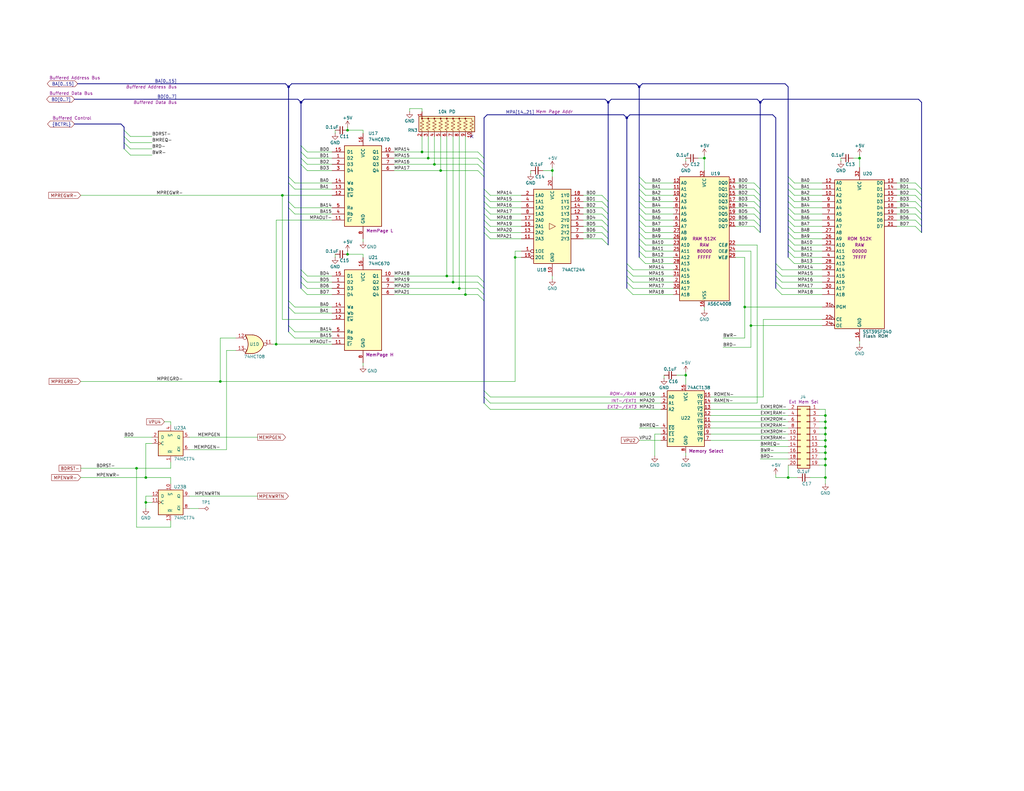
<source format=kicad_sch>
(kicad_sch (version 20250114) (generator "eeschema") (generator_version "9.0")
  (paper "User" 419.1 323.85)
  (title_block (title "MMU and Memory") (date "2025-09-22") (rev "v1.0") (company "SilkyDESIGN") (comment 1 "Copyright 2025 AESilky") (comment 3 "MicroSystem Z80 w/Front Panel & RC2014 Bus"))
  (lib_symbols
    (symbol "74xx:74AHCT244"
      (property "Reference" "U" (at -7.62 16.51 0))
      (property "Value" "74AHCT244" (at -7.62 -16.51 0))
      (symbol "74AHCT244_1_0"
        (pin input line (at -12.7 12.7 0) (length 5.08) (name "1A0") (number "2"))
        (pin input line (at -12.7 10.16 0) (length 5.08) (name "1A1") (number "4"))
        (pin input line (at -12.7 7.62 0) (length 5.08) (name "1A2") (number "6"))
        (pin input line (at -12.7 5.08 0) (length 5.08) (name "1A3") (number "8"))
        (pin input line (at -12.7 2.54 0) (length 5.08) (name "2A0") (number "17"))
        (pin input line (at -12.7 0 0) (length 5.08) (name "2A1") (number "15"))
        (pin input line (at -12.7 -2.54 0) (length 5.08) (name "2A2") (number "13"))
        (pin input line (at -12.7 -5.08 0) (length 5.08) (name "2A3") (number "11"))
        (pin input inverted (at -12.7 -10.16 0) (length 5.08) (name "1OE") (number "1"))
        (pin input inverted (at -12.7 -12.7 0) (length 5.08) (name "2OE") (number "19"))
        (pin power_in line (at 0 20.32 270) (length 5.08) (name "VCC") (number "20"))
        (pin power_in line (at 0 -20.32 90) (length 5.08) (name "GND") (number "10"))
        (pin tri_state line (at 12.7 12.7 180) (length 5.08) (name "1Y0") (number "18"))
        (pin tri_state line (at 12.7 10.16 180) (length 5.08) (name "1Y1") (number "16"))
        (pin tri_state line (at 12.7 7.62 180) (length 5.08) (name "1Y2") (number "14"))
        (pin tri_state line (at 12.7 5.08 180) (length 5.08) (name "1Y3") (number "12"))
        (pin tri_state line (at 12.7 2.54 180) (length 5.08) (name "2Y0") (number "3"))
        (pin tri_state line (at 12.7 0 180) (length 5.08) (name "2Y1") (number "5"))
        (pin tri_state line (at 12.7 -2.54 180) (length 5.08) (name "2Y2") (number "7"))
        (pin tri_state line (at 12.7 -5.08 180) (length 5.08) (name "2Y3") (number "9"))
      )
    )
    (symbol "74xx:74HC138"
      (property "Reference" "U" (at -7.62 13.97 0))
      (property "Value" "74HC138" (at 2.54 -11.43 0))
      (symbol "74HC138_1_1"
        (pin input line (at -10.16 10.16 0) (length 2.54) (name "A0") (number "1"))
        (pin input line (at -10.16 7.62 0) (length 2.54) (name "A1") (number "2"))
        (pin input line (at -10.16 5.08 0) (length 2.54) (name "A2") (number "3"))
        (pin input line (at -10.16 -2.54 0) (length 2.54) (name "~{E0}") (number "4"))
        (pin input line (at -10.16 -5.08 0) (length 2.54) (name "~{E1}") (number "5"))
        (pin input line (at -10.16 -7.62 0) (length 2.54) (name "E2") (number "6"))
        (pin power_in line (at 0 15.24 270) (length 2.54) (name "VCC") (number "16"))
        (pin power_in line (at 0 -12.7 90) (length 2.54) (name "GND") (number "8"))
        (pin output line (at 10.16 10.16 180) (length 2.54) (name "~{Y0}") (number "15"))
        (pin output line (at 10.16 7.62 180) (length 2.54) (name "~{Y1}") (number "14"))
        (pin output line (at 10.16 5.08 180) (length 2.54) (name "~{Y2}") (number "13"))
        (pin output line (at 10.16 2.54 180) (length 2.54) (name "~{Y3}") (number "12"))
        (pin output line (at 10.16 0 180) (length 2.54) (name "~{Y4}") (number "11"))
        (pin output line (at 10.16 -2.54 180) (length 2.54) (name "~{Y5}") (number "10"))
        (pin output line (at 10.16 -5.08 180) (length 2.54) (name "~{Y6}") (number "9"))
        (pin output line (at 10.16 -7.62 180) (length 2.54) (name "~{Y7}") (number "7"))
      )
    )
    (symbol "74xx:74HCT74" (pin_names (offset 1.016))
      (property "Reference" "U" (at -7.62 8.89 0))
      (property "Value" "74HCT74" (at -7.62 -8.89 0))
      (symbol "74HCT74_1_0"
        (pin input line (at -7.62 2.54 0) (length 2.54) (name "D") (number "2"))
        (pin input clock (at -7.62 0 0) (length 2.54) (name "C") (number "3"))
        (pin input line (at 0 7.62 270) (length 2.54) (name "~{S}") (number "4"))
        (pin input line (at 0 -7.62 90) (length 2.54) (name "~{R}") (number "1"))
        (pin output line (at 7.62 2.54 180) (length 2.54) (name "Q") (number "5"))
        (pin output line (at 7.62 -2.54 180) (length 2.54) (name "~{Q}") (number "6"))
      )
      (symbol "74HCT74_2_0"
        (pin input line (at -7.62 2.54 0) (length 2.54) (name "D") (number "12"))
        (pin input clock (at -7.62 0 0) (length 2.54) (name "C") (number "11"))
        (pin input line (at 0 7.62 270) (length 2.54) (name "~{S}") (number "10"))
        (pin input line (at 0 -7.62 90) (length 2.54) (name "~{R}") (number "13"))
        (pin output line (at 7.62 2.54 180) (length 2.54) (name "Q") (number "9"))
        (pin output line (at 7.62 -2.54 180) (length 2.54) (name "~{Q}") (number "8"))
      )
      (symbol "74HCT74_3_0"
        (pin power_in line (at 0 10.16 270) (length 2.54) (name "VCC") (number "14"))
        (pin power_in line (at 0 -10.16 90) (length 2.54) (name "GND") (number "7"))
      )
    )
    (symbol "74xx:74LS08" (pin_names (offset 1.016))
      (property "Reference" "U" (at 0 1.27 0))
      (property "Value" "74LS08" (at 0 -1.27 0))
      (symbol "74LS08_1_1"
        (pin input line (at -7.62 2.54 0) (length 3.81) (name "~") (number "1"))
        (pin input line (at -7.62 -2.54 0) (length 3.81) (name "~") (number "2"))
        (pin output line (at 7.62 0 180) (length 3.81) (name "~") (number "3"))
      )
      (symbol "74LS08_1_2"
        (pin input inverted (at -7.62 2.54 0) (length 4.318) (name "~") (number "1"))
        (pin input inverted (at -7.62 -2.54 0) (length 4.318) (name "~") (number "2"))
        (pin output inverted (at 7.62 0 180) (length 3.81) (name "~") (number "3"))
      )
      (symbol "74LS08_2_1"
        (pin input line (at -7.62 2.54 0) (length 3.81) (name "~") (number "4"))
        (pin input line (at -7.62 -2.54 0) (length 3.81) (name "~") (number "5"))
        (pin output line (at 7.62 0 180) (length 3.81) (name "~") (number "6"))
      )
      (symbol "74LS08_2_2"
        (pin input inverted (at -7.62 2.54 0) (length 4.318) (name "~") (number "4"))
        (pin input inverted (at -7.62 -2.54 0) (length 4.318) (name "~") (number "5"))
        (pin output inverted (at 7.62 0 180) (length 3.81) (name "~") (number "6"))
      )
      (symbol "74LS08_3_1"
        (pin input line (at -7.62 2.54 0) (length 3.81) (name "~") (number "9"))
        (pin input line (at -7.62 -2.54 0) (length 3.81) (name "~") (number "10"))
        (pin output line (at 7.62 0 180) (length 3.81) (name "~") (number "8"))
      )
      (symbol "74LS08_3_2"
        (pin input inverted (at -7.62 2.54 0) (length 4.318) (name "~") (number "9"))
        (pin input inverted (at -7.62 -2.54 0) (length 4.318) (name "~") (number "10"))
        (pin output inverted (at 7.62 0 180) (length 3.81) (name "~") (number "8"))
      )
      (symbol "74LS08_4_1"
        (pin input line (at -7.62 2.54 0) (length 3.81) (name "~") (number "12"))
        (pin input line (at -7.62 -2.54 0) (length 3.81) (name "~") (number "13"))
        (pin output line (at 7.62 0 180) (length 3.81) (name "~") (number "11"))
      )
      (symbol "74LS08_4_2"
        (pin input inverted (at -7.62 2.54 0) (length 4.318) (name "~") (number "12"))
        (pin input inverted (at -7.62 -2.54 0) (length 4.318) (name "~") (number "13"))
        (pin output inverted (at 7.62 0 180) (length 3.81) (name "~") (number "11"))
      )
      (symbol "74LS08_5_0"
        (pin power_in line (at 0 12.7 270) (length 5.08) (name "VCC") (number "14"))
        (pin power_in line (at 0 -12.7 90) (length 5.08) (name "GND") (number "7"))
      )
    )
    (symbol "74xx:74LS670" (pin_names (offset 1.016))
      (property "Reference" "U" (at -7.62 16.51 0))
      (property "Value" "74LS670" (at -7.62 -19.05 0))
      (symbol "74LS670_1_0"
        (pin input line (at -12.7 12.7 0) (length 5.08) (name "D1") (number "15"))
        (pin input line (at -12.7 10.16 0) (length 5.08) (name "D2") (number "1"))
        (pin input line (at -12.7 7.62 0) (length 5.08) (name "D3") (number "2"))
        (pin input line (at -12.7 5.08 0) (length 5.08) (name "D4") (number "3"))
        (pin input line (at -12.7 0 0) (length 5.08) (name "Wa") (number "14"))
        (pin input line (at -12.7 -2.54 0) (length 5.08) (name "Wb") (number "13"))
        (pin input line (at -12.7 -5.08 0) (length 5.08) (name "~{Ew}") (number "12"))
        (pin input line (at -12.7 -10.16 0) (length 5.08) (name "Ra") (number "5"))
        (pin input line (at -12.7 -12.7 0) (length 5.08) (name "Rb") (number "4"))
        (pin input line (at -12.7 -15.24 0) (length 5.08) (name "~{Er}") (number "11"))
        (pin power_in line (at 0 20.32 270) (length 5.08) (name "VCC") (number "16"))
        (pin power_in line (at 0 -22.86 90) (length 5.08) (name "GND") (number "8"))
        (pin tri_state line (at 12.7 12.7 180) (length 5.08) (name "Q1") (number "10"))
        (pin tri_state line (at 12.7 10.16 180) (length 5.08) (name "Q2") (number "9"))
        (pin tri_state line (at 12.7 7.62 180) (length 5.08) (name "Q3") (number "7"))
        (pin tri_state line (at 12.7 5.08 180) (length 5.08) (name "Q4") (number "6"))
      )
    )
    (symbol "Connector:TestPoint_Alt" (pin_numbers (hide yes)) (pin_names (offset 0.762) (hide yes))
      (property "Reference" "TP" (at 0 6.858 0))
      (property "Value" "TestPoint_Alt" (at 0 5.08 0))
      (symbol "TestPoint_Alt_1_1"
        (pin passive line (at 0 0 90) (length 2.54) (name "1") (number "1"))
      )
    )
    (symbol "Connector_Generic:Conn_02x10_Odd_Even" (pin_names (offset 1.016) (hide yes))
      (property "Reference" "J" (at 1.27 12.7 0))
      (property "Value" "Conn_02x10_Odd_Even" (at 1.27 -15.24 0))
      (symbol "Conn_02x10_Odd_Even_1_1"
        (pin passive line (at -5.08 10.16 0) (length 3.81) (name "Pin_1") (number "1"))
        (pin passive line (at -5.08 7.62 0) (length 3.81) (name "Pin_3") (number "3"))
        (pin passive line (at -5.08 5.08 0) (length 3.81) (name "Pin_5") (number "5"))
        (pin passive line (at -5.08 2.54 0) (length 3.81) (name "Pin_7") (number "7"))
        (pin passive line (at -5.08 0 0) (length 3.81) (name "Pin_9") (number "9"))
        (pin passive line (at -5.08 -2.54 0) (length 3.81) (name "Pin_11") (number "11"))
        (pin passive line (at -5.08 -5.08 0) (length 3.81) (name "Pin_13") (number "13"))
        (pin passive line (at -5.08 -7.62 0) (length 3.81) (name "Pin_15") (number "15"))
        (pin passive line (at -5.08 -10.16 0) (length 3.81) (name "Pin_17") (number "17"))
        (pin passive line (at -5.08 -12.7 0) (length 3.81) (name "Pin_19") (number "19"))
        (pin passive line (at 7.62 10.16 180) (length 3.81) (name "Pin_2") (number "2"))
        (pin passive line (at 7.62 7.62 180) (length 3.81) (name "Pin_4") (number "4"))
        (pin passive line (at 7.62 5.08 180) (length 3.81) (name "Pin_6") (number "6"))
        (pin passive line (at 7.62 2.54 180) (length 3.81) (name "Pin_8") (number "8"))
        (pin passive line (at 7.62 0 180) (length 3.81) (name "Pin_10") (number "10"))
        (pin passive line (at 7.62 -2.54 180) (length 3.81) (name "Pin_12") (number "12"))
        (pin passive line (at 7.62 -5.08 180) (length 3.81) (name "Pin_14") (number "14"))
        (pin passive line (at 7.62 -7.62 180) (length 3.81) (name "Pin_16") (number "16"))
        (pin passive line (at 7.62 -10.16 180) (length 3.81) (name "Pin_18") (number "18"))
        (pin passive line (at 7.62 -12.7 180) (length 3.81) (name "Pin_20") (number "20"))
      )
    )
    (symbol "Device:C_Small" (pin_numbers (hide yes)) (pin_names (offset 0.254) (hide yes))
      (property "Reference" "C" (at 0.254 1.778 0))
      (property "Value" "C_Small" (at 0.254 -2.032 0))
      (symbol "C_Small_1_1"
        (pin passive line (at 0 2.54 270) (length 2.032) (name "~") (number "1"))
        (pin passive line (at 0 -2.54 90) (length 2.032) (name "~") (number "2"))
      )
    )
    (symbol "Device:R_Network09_US" (pin_names (offset 0) (hide yes))
      (property "Reference" "RN" (at -12.7 0 90))
      (property "Value" "R_Network09_US" (at 12.7 0 90))
      (symbol "R_Network09_US_1_1"
        (pin passive line (at -10.16 5.08 270) (length 2.54) (name "common") (number "1"))
        (pin passive line (at -10.16 -5.08 90) (length 1.27) (name "R1") (number "2"))
        (pin passive line (at -7.62 -5.08 90) (length 1.27) (name "R2") (number "3"))
        (pin passive line (at -5.08 -5.08 90) (length 1.27) (name "R3") (number "4"))
        (pin passive line (at -2.54 -5.08 90) (length 1.27) (name "R4") (number "5"))
        (pin passive line (at 0 -5.08 90) (length 1.27) (name "R5") (number "6"))
        (pin passive line (at 2.54 -5.08 90) (length 1.27) (name "R6") (number "7"))
        (pin passive line (at 5.08 -5.08 90) (length 1.27) (name "R7") (number "8"))
        (pin passive line (at 7.62 -5.08 90) (length 1.27) (name "R8") (number "9"))
        (pin passive line (at 10.16 -5.08 90) (length 1.27) (name "R9") (number "10"))
      )
    )
    (symbol "Memory_Flash:SST39SF040"
      (property "Reference" "U" (at 2.54 33.02 0))
      (property "Value" "SST39SF040" (at 0 -30.48 0))
      (symbol "SST39SF040_0_0"
        (pin power_in line (at 0 36.83 270) (length 5.08) (name "VCC") (number "32"))
        (pin power_in line (at 0 -34.29 90) (length 5.08) (name "GND") (number "16"))
      )
      (symbol "SST39SF040_1_1"
        (pin input line (at -15.24 30.48 0) (length 5.08) (name "A0") (number "12"))
        (pin input line (at -15.24 27.94 0) (length 5.08) (name "A1") (number "11"))
        (pin input line (at -15.24 25.4 0) (length 5.08) (name "A2") (number "10"))
        (pin input line (at -15.24 22.86 0) (length 5.08) (name "A3") (number "9"))
        (pin input line (at -15.24 20.32 0) (length 5.08) (name "A4") (number "8"))
        (pin input line (at -15.24 17.78 0) (length 5.08) (name "A5") (number "7"))
        (pin input line (at -15.24 15.24 0) (length 5.08) (name "A6") (number "6"))
        (pin input line (at -15.24 12.7 0) (length 5.08) (name "A7") (number "5"))
        (pin input line (at -15.24 10.16 0) (length 5.08) (name "A8") (number "27"))
        (pin input line (at -15.24 7.62 0) (length 5.08) (name "A9") (number "26"))
        (pin input line (at -15.24 5.08 0) (length 5.08) (name "A10") (number "23"))
        (pin input line (at -15.24 2.54 0) (length 5.08) (name "A11") (number "25"))
        (pin input line (at -15.24 0 0) (length 5.08) (name "A12") (number "4"))
        (pin input line (at -15.24 -2.54 0) (length 5.08) (name "A13") (number "28"))
        (pin input line (at -15.24 -5.08 0) (length 5.08) (name "A14") (number "29"))
        (pin input line (at -15.24 -7.62 0) (length 5.08) (name "A15") (number "3"))
        (pin input line (at -15.24 -10.16 0) (length 5.08) (name "A16") (number "2"))
        (pin input line (at -15.24 -12.7 0) (length 5.08) (name "A17") (number "30"))
        (pin input line (at -15.24 -15.24 0) (length 5.08) (name "A18") (number "1"))
        (pin input input_low (at -15.24 -20.32 0) (length 5.08) (name "PGM") (number "31"))
        (pin input input_low (at -15.24 -25.4 0) (length 5.08) (name "CE") (number "22"))
        (pin input input_low (at -15.24 -27.94 0) (length 5.08) (name "OE") (number "24"))
        (pin tri_state line (at 15.24 30.48 180) (length 5.08) (name "D0") (number "13"))
        (pin tri_state line (at 15.24 27.94 180) (length 5.08) (name "D1") (number "14"))
        (pin tri_state line (at 15.24 25.4 180) (length 5.08) (name "D2") (number "15"))
        (pin tri_state line (at 15.24 22.86 180) (length 5.08) (name "D3") (number "17"))
        (pin tri_state line (at 15.24 20.32 180) (length 5.08) (name "D4") (number "18"))
        (pin tri_state line (at 15.24 17.78 180) (length 5.08) (name "D5") (number "19"))
        (pin tri_state line (at 15.24 15.24 180) (length 5.08) (name "D6") (number "20"))
        (pin tri_state line (at 15.24 12.7 180) (length 5.08) (name "D7") (number "21"))
      )
    )
    (symbol "Memory_RAM:AS6C4008-55PCN"
      (property "Reference" "U" (at -10.16 26.035 0))
      (property "Value" "AS6C4008-55PCN" (at 2.54 26.035 0))
      (symbol "AS6C4008-55PCN_0_0"
        (pin power_in line (at 0 27.94 270) (length 2.54) (name "VCC") (number "32"))
        (pin power_in line (at 0 -27.94 90) (length 2.54) (name "VSS") (number "16"))
      )
      (symbol "AS6C4008-55PCN_1_1"
        (pin input line (at -12.7 22.86 0) (length 2.54) (name "A0") (number "12"))
        (pin input line (at -12.7 20.32 0) (length 2.54) (name "A1") (number "11"))
        (pin input line (at -12.7 17.78 0) (length 2.54) (name "A2") (number "10"))
        (pin input line (at -12.7 15.24 0) (length 2.54) (name "A3") (number "9"))
        (pin input line (at -12.7 12.7 0) (length 2.54) (name "A4") (number "8"))
        (pin input line (at -12.7 10.16 0) (length 2.54) (name "A5") (number "7"))
        (pin input line (at -12.7 7.62 0) (length 2.54) (name "A6") (number "6"))
        (pin input line (at -12.7 5.08 0) (length 2.54) (name "A7") (number "5"))
        (pin input line (at -12.7 2.54 0) (length 2.54) (name "A8") (number "27"))
        (pin input line (at -12.7 0 0) (length 2.54) (name "A9") (number "26"))
        (pin input line (at -12.7 -2.54 0) (length 2.54) (name "A10") (number "23"))
        (pin input line (at -12.7 -5.08 0) (length 2.54) (name "A11") (number "25"))
        (pin input line (at -12.7 -7.62 0) (length 2.54) (name "A12") (number "4"))
        (pin input line (at -12.7 -10.16 0) (length 2.54) (name "A13") (number "28"))
        (pin input line (at -12.7 -12.7 0) (length 2.54) (name "A14") (number "3"))
        (pin input line (at -12.7 -15.24 0) (length 2.54) (name "A15") (number "31"))
        (pin input line (at -12.7 -17.78 0) (length 2.54) (name "A16") (number "2"))
        (pin input line (at -12.7 -20.32 0) (length 2.54) (name "A17") (number "30"))
        (pin input line (at -12.7 -22.86 0) (length 2.54) (name "A18") (number "1"))
        (pin tri_state line (at 12.7 22.86 180) (length 2.54) (name "DQ0") (number "13"))
        (pin tri_state line (at 12.7 20.32 180) (length 2.54) (name "DQ1") (number "14"))
        (pin tri_state line (at 12.7 17.78 180) (length 2.54) (name "DQ2") (number "15"))
        (pin tri_state line (at 12.7 15.24 180) (length 2.54) (name "DQ3") (number "17"))
        (pin tri_state line (at 12.7 12.7 180) (length 2.54) (name "DQ4") (number "18"))
        (pin tri_state line (at 12.7 10.16 180) (length 2.54) (name "DQ5") (number "19"))
        (pin tri_state line (at 12.7 7.62 180) (length 2.54) (name "DQ6") (number "20"))
        (pin tri_state line (at 12.7 5.08 180) (length 2.54) (name "DQ7") (number "21"))
        (pin input line (at 12.7 -2.54 180) (length 2.54) (name "CE#") (number "22"))
        (pin input line (at 12.7 -5.08 180) (length 2.54) (name "OE#") (number "24"))
        (pin input line (at 12.7 -7.62 180) (length 2.54) (name "WE#") (number "29"))
      )
    )
    (symbol "power:+5V" (power) (pin_numbers (hide yes)) (pin_names (offset 0) (hide yes))
      (property "Value" "+5V" (at 0 3.556 0))
      (symbol "+5V_1_1"
        (pin power_in line (at 0 0 90) (length 0) (name "~") (number "1"))
      )
    )
    (symbol "power:GND" (power) (pin_numbers (hide yes)) (pin_names (offset 0) (hide yes))
      (property "Value" "GND" (at 0 -3.81 0))
      (symbol "GND_1_1"
        (pin power_in line (at 0 0 270) (length 0) (name "~") (number "1"))
      )
    )
  )
  (junction (at 337.82 182.88))
  (junction (at 59.69 205.74))
  (junction (at 59.69 195.58))
  (junction (at 256.54 48.26))
  (junction (at 115.57 80.01))
  (junction (at 190.5 120.65))
  (junction (at 142.24 53.34))
  (junction (at 337.82 190.5))
  (junction (at 322.58 195.58))
  (junction (at 187.96 118.11))
  (junction (at 337.82 175.26))
  (junction (at 337.82 185.42))
  (junction (at 90.17 156.21))
  (junction (at 337.82 187.96))
  (junction (at 177.8 67.31))
  (junction (at 172.72 62.23))
  (junction (at 182.88 113.03))
  (junction (at 261.62 35.56))
  (junction (at 351.79 64.77))
  (junction (at 185.42 115.57))
  (junction (at 113.03 140.97))
  (junction (at 226.06 69.85))
  (junction (at 55.88 191.77))
  (junction (at 288.29 64.77))
  (junction (at 210.82 105.41))
  (junction (at 248.92 41.91))
  (junction (at 337.82 172.72))
  (junction (at 180.34 69.85))
  (junction (at 311.15 41.91))
  (junction (at 337.82 195.58))
  (junction (at 337.82 180.34))
  (junction (at 307.34 133.35))
  (junction (at 337.82 170.18))
  (junction (at 142.24 104.14))
  (junction (at 337.82 177.8))
  (junction (at 304.8 125.73))
  (junction (at 175.26 64.77))
  (junction (at 118.11 35.56))
  (junction (at 123.19 41.91))
  (junction (at 280.67 153.67))
  (no_connect (at 193.04 55.88))
  (bus_entry (at 123.19 67.31) (size 2.54 2.54))
  (bus_entry (at 118.11 125.73) (size 2.54 2.54))
  (bus_entry (at 246.38 85.09) (size 2.54 2.54))
  (bus_entry (at 246.38 82.55) (size 2.54 2.54))
  (bus_entry (at 317.5 110.49) (size 2.54 2.54))
  (bus_entry (at 118.11 85.09) (size 2.54 2.54))
  (bus_entry (at 198.12 80.01) (size 2.54 2.54))
  (bus_entry (at 322.58 80.01) (size 2.54 2.54))
  (bus_entry (at 118.11 135.89) (size 2.54 2.54))
  (bus_entry (at 374.65 80.01) (size 2.54 2.54))
  (bus_entry (at 322.58 74.93) (size 2.54 2.54))
  (bus_entry (at 322.58 90.17) (size 2.54 2.54))
  (bus_entry (at 322.58 85.09) (size 2.54 2.54))
  (bus_entry (at 322.58 77.47) (size 2.54 2.54))
  (bus_entry (at 50.8 60.96) (size 2.54 2.54))
  (bus_entry (at 322.58 97.79) (size 2.54 2.54))
  (bus_entry (at 261.62 105.41) (size 2.54 2.54))
  (bus_entry (at 198.12 95.25) (size 2.54 2.54))
  (bus_entry (at 308.61 85.09) (size 2.54 2.54))
  (bus_entry (at 123.19 118.11) (size 2.54 2.54))
  (bus_entry (at 246.38 95.25) (size 2.54 2.54))
  (bus_entry (at 123.19 64.77) (size 2.54 2.54))
  (bus_entry (at 118.11 82.55) (size 2.54 2.54))
  (bus_entry (at 256.54 107.95) (size 2.54 2.54))
  (bus_entry (at 123.19 59.69) (size 2.54 2.54))
  (bus_entry (at 317.5 115.57) (size 2.54 2.54))
  (bus_entry (at 118.11 72.39) (size 2.54 2.54))
  (bus_entry (at 322.58 72.39) (size 2.54 2.54))
  (bus_entry (at 322.58 92.71) (size 2.54 2.54))
  (bus_entry (at 123.19 110.49) (size 2.54 2.54))
  (bus_entry (at 374.65 87.63) (size 2.54 2.54))
  (bus_entry (at 261.62 90.17) (size 2.54 2.54))
  (bus_entry (at 261.62 77.47) (size 2.54 2.54))
  (bus_entry (at 261.62 80.01) (size 2.54 2.54))
  (bus_entry (at 118.11 133.35) (size 2.54 2.54))
  (bus_entry (at 50.8 58.42) (size 2.54 2.54))
  (bus_entry (at 261.62 95.25) (size 2.54 2.54))
  (bus_entry (at 123.19 113.03) (size 2.54 2.54))
  (bus_entry (at 261.62 92.71) (size 2.54 2.54))
  (bus_entry (at 198.12 90.17) (size 2.54 2.54))
  (bus_entry (at 308.61 74.93) (size 2.54 2.54))
  (bus_entry (at 317.5 113.03) (size 2.54 2.54))
  (bus_entry (at 308.61 82.55) (size 2.54 2.54))
  (bus_entry (at 322.58 95.25) (size 2.54 2.54))
  (bus_entry (at 256.54 113.03) (size 2.54 2.54))
  (bus_entry (at 308.61 90.17) (size 2.54 2.54))
  (bus_entry (at 195.58 62.23) (size 2.54 2.54))
  (bus_entry (at 195.58 69.85) (size 2.54 2.54))
  (bus_entry (at 256.54 115.57) (size 2.54 2.54))
  (bus_entry (at 198.12 160.02) (size 2.54 2.54))
  (bus_entry (at 195.58 113.03) (size 2.54 2.54))
  (bus_entry (at 374.65 85.09) (size 2.54 2.54))
  (bus_entry (at 322.58 87.63) (size 2.54 2.54))
  (bus_entry (at 118.11 74.93) (size 2.54 2.54))
  (bus_entry (at 308.61 87.63) (size 2.54 2.54))
  (bus_entry (at 322.58 82.55) (size 2.54 2.54))
  (bus_entry (at 374.65 77.47) (size 2.54 2.54))
  (bus_entry (at 256.54 110.49) (size 2.54 2.54))
  (bus_entry (at 317.5 107.95) (size 2.54 2.54))
  (bus_entry (at 322.58 100.33) (size 2.54 2.54))
  (bus_entry (at 322.58 105.41) (size 2.54 2.54))
  (bus_entry (at 261.62 85.09) (size 2.54 2.54))
  (bus_entry (at 246.38 90.17) (size 2.54 2.54))
  (bus_entry (at 261.62 87.63) (size 2.54 2.54))
  (bus_entry (at 261.62 74.93) (size 2.54 2.54))
  (bus_entry (at 118.11 123.19) (size 2.54 2.54))
  (bus_entry (at 308.61 77.47) (size 2.54 2.54))
  (bus_entry (at 195.58 67.31) (size 2.54 2.54))
  (bus_entry (at 261.62 72.39) (size 2.54 2.54))
  (bus_entry (at 198.12 87.63) (size 2.54 2.54))
  (bus_entry (at 374.65 92.71) (size 2.54 2.54))
  (bus_entry (at 246.38 97.79) (size 2.54 2.54))
  (bus_entry (at 261.62 82.55) (size 2.54 2.54))
  (bus_entry (at 123.19 115.57) (size 2.54 2.54))
  (bus_entry (at 308.61 80.01) (size 2.54 2.54))
  (bus_entry (at 308.61 92.71) (size 2.54 2.54))
  (bus_entry (at 246.38 87.63) (size 2.54 2.54))
  (bus_entry (at 50.8 55.88) (size 2.54 2.54))
  (bus_entry (at 195.58 64.77) (size 2.54 2.54))
  (bus_entry (at 261.62 97.79) (size 2.54 2.54))
  (bus_entry (at 123.19 62.23) (size 2.54 2.54))
  (bus_entry (at 374.65 90.17) (size 2.54 2.54))
  (bus_entry (at 317.5 118.11) (size 2.54 2.54))
  (bus_entry (at 198.12 77.47) (size 2.54 2.54))
  (bus_entry (at 50.8 53.34) (size 2.54 2.54))
  (bus_entry (at 198.12 85.09) (size 2.54 2.54))
  (bus_entry (at 198.12 92.71) (size 2.54 2.54))
  (bus_entry (at 261.62 100.33) (size 2.54 2.54))
  (bus_entry (at 195.58 118.11) (size 2.54 2.54))
  (bus_entry (at 195.58 115.57) (size 2.54 2.54))
  (bus_entry (at 198.12 82.55) (size 2.54 2.54))
  (bus_entry (at 261.62 102.87) (size 2.54 2.54))
  (bus_entry (at 374.65 74.93) (size 2.54 2.54))
  (bus_entry (at 374.65 82.55) (size 2.54 2.54))
  (bus_entry (at 198.12 165.1) (size 2.54 2.54))
  (bus_entry (at 195.58 120.65) (size 2.54 2.54))
  (bus_entry (at 246.38 80.01) (size 2.54 2.54))
  (bus_entry (at 256.54 118.11) (size 2.54 2.54))
  (bus_entry (at 322.58 102.87) (size 2.54 2.54))
  (bus_entry (at 246.38 92.71) (size 2.54 2.54))
  (bus_entry (at 198.12 162.56) (size 2.54 2.54))
  (bus (pts (xy 124.46 40.64) (xy 247.65 40.64)))
  (wire (pts (xy 335.28 167.64) (xy 337.82 167.64)))
  (wire (pts (xy 200.66 162.56) (xy 270.51 162.56)))
  (wire (pts (xy 267.97 177.8) (xy 267.97 186.69)))
  (bus (pts (xy 322.58 82.55) (xy 322.58 80.01)))
  (bus (pts (xy 50.8 58.42) (xy 50.8 60.96)))
  (wire (pts (xy 308.61 74.93) (xy 300.99 74.93)))
  (wire (pts (xy 320.04 120.65) (xy 336.55 120.65)))
  (wire (pts (xy 351.79 64.77) (xy 351.79 68.58)))
  (wire (pts (xy 246.38 90.17) (xy 238.76 90.17)))
  (wire (pts (xy 259.08 120.65) (xy 275.59 120.65)))
  (bus (pts (xy 199.39 46.99) (xy 198.12 48.26)))
  (wire (pts (xy 125.73 64.77) (xy 135.89 64.77)))
  (wire (pts (xy 161.29 113.03) (xy 182.88 113.03)))
  (bus (pts (xy 123.19 113.03) (xy 123.19 115.57)))
  (wire (pts (xy 335.28 170.18) (xy 337.82 170.18)))
  (wire (pts (xy 125.73 120.65) (xy 135.89 120.65)))
  (bus (pts (xy 118.11 74.93) (xy 118.11 72.39)))
  (bus (pts (xy 377.19 82.55) (xy 377.19 85.09)))
  (wire (pts (xy 59.69 195.58) (xy 69.85 195.58)))
  (bus (pts (xy 248.92 95.25) (xy 248.92 97.79)))
  (wire (pts (xy 142.24 52.07) (xy 142.24 53.34)))
  (wire (pts (xy 59.69 205.74) (xy 62.23 205.74)))
  (bus (pts (xy 377.19 85.09) (xy 377.19 87.63)))
  (bus (pts (xy 377.19 80.01) (xy 377.19 82.55)))
  (wire (pts (xy 148.59 105.41) (xy 148.59 104.14)))
  (wire (pts (xy 53.34 63.5) (xy 62.23 63.5)))
  (wire (pts (xy 264.16 97.79) (xy 275.59 97.79)))
  (bus (pts (xy 322.58 102.87) (xy 322.58 100.33)))
  (wire (pts (xy 335.28 187.96) (xy 337.82 187.96)))
  (wire (pts (xy 304.8 125.73) (xy 336.55 125.73)))
  (bus (pts (xy 256.54 107.95) (xy 256.54 110.49)))
  (wire (pts (xy 161.29 64.77) (xy 175.26 64.77)))
  (wire (pts (xy 374.65 92.71) (xy 367.03 92.71)))
  (bus (pts (xy 198.12 69.85) (xy 198.12 72.39)))
  (wire (pts (xy 322.58 195.58) (xy 317.5 195.58)))
  (bus (pts (xy 256.54 48.26) (xy 257.81 46.99)))
  (bus (pts (xy 261.62 80.01) (xy 261.62 82.55)))
  (wire (pts (xy 182.88 55.88) (xy 182.88 113.03)))
  (bus (pts (xy 198.12 162.56) (xy 198.12 165.1)))
  (wire (pts (xy 264.16 77.47) (xy 275.59 77.47)))
  (bus (pts (xy 322.58 77.47) (xy 322.58 74.93)))
  (bus (pts (xy 123.19 41.91) (xy 121.92 40.64)))
  (wire (pts (xy 325.12 82.55) (xy 336.55 82.55)))
  (wire (pts (xy 55.88 191.77) (xy 69.85 191.77)))
  (bus (pts (xy 261.62 102.87) (xy 261.62 105.41)))
  (wire (pts (xy 295.91 138.43) (xy 304.8 138.43)))
  (bus (pts (xy 248.92 97.79) (xy 248.92 100.33)))
  (wire (pts (xy 167.64 44.45) (xy 167.64 45.72)))
  (wire (pts (xy 175.26 64.77) (xy 195.58 64.77)))
  (wire (pts (xy 335.28 180.34) (xy 337.82 180.34)))
  (wire (pts (xy 90.17 156.21) (xy 210.82 156.21)))
  (wire (pts (xy 264.16 92.71) (xy 275.59 92.71)))
  (bus (pts (xy 123.19 62.23) (xy 123.19 64.77)))
  (wire (pts (xy 308.61 92.71) (xy 300.99 92.71)))
  (wire (pts (xy 53.34 58.42) (xy 62.23 58.42)))
  (wire (pts (xy 325.12 74.93) (xy 336.55 74.93)))
  (bus (pts (xy 311.15 41.91) (xy 312.42 40.64)))
  (bus (pts (xy 198.12 95.25) (xy 198.12 115.57)))
  (wire (pts (xy 337.82 187.96) (xy 337.82 190.5)))
  (bus (pts (xy 257.81 46.99) (xy 316.23 46.99)))
  (wire (pts (xy 177.8 55.88) (xy 177.8 67.31)))
  (wire (pts (xy 69.85 172.72) (xy 69.85 173.99)))
  (bus (pts (xy 261.62 90.17) (xy 261.62 92.71)))
  (wire (pts (xy 290.83 175.26) (xy 322.58 175.26)))
  (bus (pts (xy 322.58 92.71) (xy 322.58 90.17)))
  (wire (pts (xy 270.51 177.8) (xy 267.97 177.8)))
  (wire (pts (xy 264.16 107.95) (xy 275.59 107.95)))
  (wire (pts (xy 120.65 135.89) (xy 135.89 135.89)))
  (bus (pts (xy 118.11 85.09) (xy 118.11 82.55)))
  (wire (pts (xy 172.72 55.88) (xy 172.72 62.23)))
  (wire (pts (xy 325.12 90.17) (xy 336.55 90.17)))
  (wire (pts (xy 309.88 100.33) (xy 309.88 165.1)))
  (wire (pts (xy 246.38 85.09) (xy 238.76 85.09)))
  (bus (pts (xy 261.62 72.39) (xy 261.62 74.93)))
  (wire (pts (xy 161.29 118.11) (xy 187.96 118.11)))
  (bus (pts (xy 311.15 90.17) (xy 311.15 92.71)))
  (bus (pts (xy 123.19 115.57) (xy 123.19 118.11)))
  (bus (pts (xy 322.58 35.56) (xy 322.58 72.39)))
  (wire (pts (xy 325.12 80.01) (xy 336.55 80.01)))
  (wire (pts (xy 125.73 115.57) (xy 135.89 115.57)))
  (wire (pts (xy 111.76 140.97) (xy 113.03 140.97)))
  (wire (pts (xy 335.28 182.88) (xy 337.82 182.88)))
  (wire (pts (xy 337.82 182.88) (xy 337.82 185.42)))
  (wire (pts (xy 331.47 195.58) (xy 337.82 195.58)))
  (bus (pts (xy 375.92 40.64) (xy 377.19 41.91)))
  (wire (pts (xy 115.57 80.01) (xy 115.57 130.81)))
  (wire (pts (xy 308.61 80.01) (xy 300.99 80.01)))
  (wire (pts (xy 53.34 60.96) (xy 62.23 60.96)))
  (wire (pts (xy 374.65 90.17) (xy 367.03 90.17)))
  (wire (pts (xy 77.47 203.2) (xy 105.41 203.2)))
  (wire (pts (xy 374.65 74.93) (xy 367.03 74.93)))
  (wire (pts (xy 264.16 105.41) (xy 275.59 105.41)))
  (wire (pts (xy 290.83 167.64) (xy 322.58 167.64)))
  (wire (pts (xy 200.66 90.17) (xy 213.36 90.17)))
  (wire (pts (xy 374.65 77.47) (xy 367.03 77.47)))
  (wire (pts (xy 148.59 54.61) (xy 148.59 53.34)))
  (wire (pts (xy 337.82 185.42) (xy 337.82 187.96)))
  (bus (pts (xy 198.12 92.71) (xy 198.12 95.25)))
  (bus (pts (xy 248.92 90.17) (xy 248.92 92.71)))
  (wire (pts (xy 33.02 156.21) (xy 90.17 156.21)))
  (bus (pts (xy 198.12 67.31) (xy 198.12 69.85)))
  (bus (pts (xy 309.88 40.64) (xy 311.15 41.91)))
  (wire (pts (xy 335.28 185.42) (xy 337.82 185.42)))
  (bus (pts (xy 260.35 34.29) (xy 261.62 35.56)))
  (wire (pts (xy 137.16 104.14) (xy 137.16 105.41)))
  (wire (pts (xy 210.82 102.87) (xy 210.82 105.41)))
  (wire (pts (xy 276.86 153.67) (xy 280.67 153.67)))
  (wire (pts (xy 317.5 195.58) (xy 317.5 194.31)))
  (wire (pts (xy 308.61 82.55) (xy 300.99 82.55)))
  (wire (pts (xy 335.28 177.8) (xy 337.82 177.8)))
  (bus (pts (xy 198.12 120.65) (xy 198.12 123.19)))
  (bus (pts (xy 322.58 74.93) (xy 322.58 72.39)))
  (bus (pts (xy 248.92 82.55) (xy 248.92 41.91)))
  (wire (pts (xy 200.66 165.1) (xy 270.51 165.1)))
  (wire (pts (xy 125.73 67.31) (xy 135.89 67.31)))
  (bus (pts (xy 256.54 113.03) (xy 256.54 115.57)))
  (wire (pts (xy 351.79 63.5) (xy 351.79 64.77)))
  (wire (pts (xy 337.82 190.5) (xy 337.82 195.58)))
  (bus (pts (xy 50.8 52.07) (xy 50.8 53.34)))
  (bus (pts (xy 322.58 90.17) (xy 322.58 87.63)))
  (wire (pts (xy 142.24 53.34) (xy 148.59 53.34)))
  (wire (pts (xy 172.72 45.72) (xy 172.72 44.45)))
  (wire (pts (xy 69.85 172.72) (xy 67.31 172.72)))
  (bus (pts (xy 248.92 82.55) (xy 248.92 85.09)))
  (wire (pts (xy 182.88 113.03) (xy 195.58 113.03)))
  (bus (pts (xy 198.12 77.47) (xy 198.12 80.01)))
  (bus (pts (xy 262.89 34.29) (xy 321.31 34.29)))
  (wire (pts (xy 59.69 181.61) (xy 62.23 181.61)))
  (wire (pts (xy 290.83 170.18) (xy 322.58 170.18)))
  (wire (pts (xy 33.02 191.77) (xy 55.88 191.77)))
  (wire (pts (xy 374.65 80.01) (xy 367.03 80.01)))
  (bus (pts (xy 312.42 40.64) (xy 375.92 40.64)))
  (bus (pts (xy 311.15 77.47) (xy 311.15 80.01)))
  (wire (pts (xy 337.82 195.58) (xy 337.82 198.12)))
  (bus (pts (xy 377.19 90.17) (xy 377.19 92.71)))
  (bus (pts (xy 311.15 85.09) (xy 311.15 87.63)))
  (wire (pts (xy 320.04 113.03) (xy 336.55 113.03)))
  (bus (pts (xy 311.15 92.71) (xy 311.15 95.25)))
  (bus (pts (xy 198.12 48.26) (xy 198.12 64.77)))
  (wire (pts (xy 322.58 190.5) (xy 322.58 195.58)))
  (wire (pts (xy 59.69 195.58) (xy 59.69 181.61)))
  (bus (pts (xy 31.75 34.29) (xy 116.84 34.29)))
  (wire (pts (xy 200.66 80.01) (xy 213.36 80.01)))
  (wire (pts (xy 161.29 120.65) (xy 190.5 120.65)))
  (bus (pts (xy 261.62 35.56) (xy 262.89 34.29)))
  (wire (pts (xy 288.29 63.5) (xy 288.29 64.77)))
  (wire (pts (xy 200.66 87.63) (xy 213.36 87.63)))
  (wire (pts (xy 325.12 92.71) (xy 336.55 92.71)))
  (bus (pts (xy 317.5 113.03) (xy 317.5 115.57)))
  (bus (pts (xy 248.92 87.63) (xy 248.92 90.17)))
  (bus (pts (xy 198.12 80.01) (xy 198.12 82.55)))
  (wire (pts (xy 246.38 95.25) (xy 238.76 95.25)))
  (wire (pts (xy 259.08 110.49) (xy 275.59 110.49)))
  (wire (pts (xy 135.89 140.97) (xy 113.03 140.97)))
  (bus (pts (xy 49.53 50.8) (xy 50.8 52.07)))
  (wire (pts (xy 290.83 162.56) (xy 312.42 162.56)))
  (wire (pts (xy 336.55 130.81) (xy 312.42 130.81)))
  (bus (pts (xy 248.92 41.91) (xy 250.19 40.64)))
  (wire (pts (xy 325.12 85.09) (xy 336.55 85.09)))
  (wire (pts (xy 69.85 213.36) (xy 69.85 215.9)))
  (wire (pts (xy 148.59 99.06) (xy 148.59 97.79)))
  (wire (pts (xy 320.04 118.11) (xy 336.55 118.11)))
  (bus (pts (xy 123.19 64.77) (xy 123.19 67.31)))
  (bus (pts (xy 317.5 110.49) (xy 317.5 113.03)))
  (bus (pts (xy 118.11 35.56) (xy 119.38 34.29)))
  (bus (pts (xy 118.11 72.39) (xy 118.11 35.56)))
  (bus (pts (xy 118.11 125.73) (xy 118.11 123.19)))
  (wire (pts (xy 226.06 69.85) (xy 226.06 68.58)))
  (bus (pts (xy 261.62 100.33) (xy 261.62 102.87)))
  (wire (pts (xy 261.62 175.26) (xy 270.51 175.26)))
  (wire (pts (xy 311.15 187.96) (xy 322.58 187.96)))
  (bus (pts (xy 377.19 92.71) (xy 377.19 95.25)))
  (bus (pts (xy 198.12 87.63) (xy 198.12 90.17)))
  (bus (pts (xy 30.48 40.64) (xy 121.92 40.64)))
  (wire (pts (xy 69.85 191.77) (xy 69.85 189.23)))
  (bus (pts (xy 322.58 87.63) (xy 322.58 85.09)))
  (bus (pts (xy 30.48 50.8) (xy 49.53 50.8)))
  (wire (pts (xy 50.8 179.07) (xy 62.23 179.07)))
  (bus (pts (xy 198.12 118.11) (xy 198.12 120.65)))
  (bus (pts (xy 198.12 72.39) (xy 198.12 77.47)))
  (bus (pts (xy 119.38 34.29) (xy 260.35 34.29)))
  (bus (pts (xy 123.19 59.69) (xy 123.19 62.23)))
  (wire (pts (xy 217.17 69.85) (xy 217.17 71.12)))
  (wire (pts (xy 77.47 179.07) (xy 105.41 179.07)))
  (wire (pts (xy 351.79 139.7) (xy 351.79 140.97)))
  (wire (pts (xy 246.38 87.63) (xy 238.76 87.63)))
  (bus (pts (xy 50.8 53.34) (xy 50.8 55.88)))
  (wire (pts (xy 325.12 102.87) (xy 336.55 102.87)))
  (wire (pts (xy 142.24 102.87) (xy 142.24 104.14)))
  (wire (pts (xy 304.8 105.41) (xy 300.99 105.41)))
  (wire (pts (xy 308.61 85.09) (xy 300.99 85.09)))
  (wire (pts (xy 59.69 205.74) (xy 59.69 208.28)))
  (wire (pts (xy 264.16 87.63) (xy 275.59 87.63)))
  (wire (pts (xy 337.82 180.34) (xy 337.82 182.88)))
  (wire (pts (xy 264.16 74.93) (xy 275.59 74.93)))
  (wire (pts (xy 335.28 172.72) (xy 337.82 172.72)))
  (bus (pts (xy 261.62 97.79) (xy 261.62 100.33)))
  (wire (pts (xy 264.16 90.17) (xy 275.59 90.17)))
  (bus (pts (xy 118.11 82.55) (xy 118.11 74.93)))
  (wire (pts (xy 190.5 120.65) (xy 195.58 120.65)))
  (bus (pts (xy 256.54 115.57) (xy 256.54 118.11)))
  (bus (pts (xy 317.5 48.26) (xy 317.5 107.95)))
  (wire (pts (xy 344.17 64.77) (xy 344.17 66.04)))
  (wire (pts (xy 210.82 105.41) (xy 210.82 156.21)))
  (wire (pts (xy 69.85 195.58) (xy 69.85 198.12)))
  (bus (pts (xy 322.58 95.25) (xy 322.58 92.71)))
  (wire (pts (xy 246.38 92.71) (xy 238.76 92.71)))
  (bus (pts (xy 316.23 46.99) (xy 317.5 48.26)))
  (wire (pts (xy 177.8 67.31) (xy 195.58 67.31)))
  (bus (pts (xy 255.27 46.99) (xy 199.39 46.99)))
  (wire (pts (xy 325.12 107.95) (xy 336.55 107.95)))
  (wire (pts (xy 335.28 175.26) (xy 337.82 175.26)))
  (wire (pts (xy 320.04 110.49) (xy 336.55 110.49)))
  (wire (pts (xy 264.16 95.25) (xy 275.59 95.25)))
  (wire (pts (xy 290.83 180.34) (xy 322.58 180.34)))
  (bus (pts (xy 123.19 41.91) (xy 123.19 59.69)))
  (bus (pts (xy 250.19 40.64) (xy 309.88 40.64)))
  (wire (pts (xy 304.8 138.43) (xy 304.8 125.73)))
  (wire (pts (xy 200.66 85.09) (xy 213.36 85.09)))
  (bus (pts (xy 261.62 95.25) (xy 261.62 97.79)))
  (wire (pts (xy 125.73 118.11) (xy 135.89 118.11)))
  (wire (pts (xy 264.16 82.55) (xy 275.59 82.55)))
  (wire (pts (xy 187.96 55.88) (xy 187.96 118.11)))
  (bus (pts (xy 123.19 110.49) (xy 123.19 113.03)))
  (wire (pts (xy 33.02 80.01) (xy 115.57 80.01)))
  (wire (pts (xy 280.67 185.42) (xy 280.67 186.69)))
  (wire (pts (xy 246.38 80.01) (xy 238.76 80.01)))
  (wire (pts (xy 96.52 138.43) (xy 90.17 138.43)))
  (wire (pts (xy 137.16 53.34) (xy 137.16 54.61)))
  (bus (pts (xy 322.58 80.01) (xy 322.58 77.47)))
  (wire (pts (xy 325.12 97.79) (xy 336.55 97.79)))
  (wire (pts (xy 200.66 167.64) (xy 270.51 167.64)))
  (bus (pts (xy 377.19 41.91) (xy 377.19 77.47)))
  (wire (pts (xy 185.42 115.57) (xy 195.58 115.57)))
  (bus (pts (xy 198.12 90.17) (xy 198.12 92.71)))
  (bus (pts (xy 261.62 35.56) (xy 261.62 72.39)))
  (bus (pts (xy 124.46 40.64) (xy 123.19 41.91)))
  (bus (pts (xy 198.12 123.19) (xy 198.12 160.02)))
  (bus (pts (xy 118.11 133.35) (xy 118.11 125.73)))
  (wire (pts (xy 264.16 102.87) (xy 275.59 102.87)))
  (wire (pts (xy 290.83 172.72) (xy 322.58 172.72)))
  (wire (pts (xy 337.82 172.72) (xy 337.82 175.26)))
  (wire (pts (xy 120.65 77.47) (xy 135.89 77.47)))
  (bus (pts (xy 248.92 92.71) (xy 248.92 95.25)))
  (wire (pts (xy 325.12 95.25) (xy 336.55 95.25)))
  (wire (pts (xy 172.72 44.45) (xy 167.64 44.45)))
  (wire (pts (xy 374.65 85.09) (xy 367.03 85.09)))
  (bus (pts (xy 261.62 77.47) (xy 261.62 80.01)))
  (wire (pts (xy 59.69 203.2) (xy 59.69 205.74)))
  (wire (pts (xy 62.23 203.2) (xy 59.69 203.2)))
  (wire (pts (xy 187.96 118.11) (xy 195.58 118.11)))
  (wire (pts (xy 308.61 90.17) (xy 300.99 90.17)))
  (wire (pts (xy 69.85 215.9) (xy 55.88 215.9)))
  (bus (pts (xy 198.12 64.77) (xy 198.12 67.31)))
  (wire (pts (xy 246.38 82.55) (xy 238.76 82.55)))
  (bus (pts (xy 198.12 82.55) (xy 198.12 85.09)))
  (bus (pts (xy 261.62 82.55) (xy 261.62 85.09)))
  (wire (pts (xy 53.34 55.88) (xy 62.23 55.88)))
  (bus (pts (xy 248.92 41.91) (xy 247.65 40.64)))
  (wire (pts (xy 325.12 87.63) (xy 336.55 87.63)))
  (bus (pts (xy 322.58 85.09) (xy 322.58 82.55)))
  (bus (pts (xy 198.12 85.09) (xy 198.12 87.63)))
  (wire (pts (xy 33.02 195.58) (xy 59.69 195.58)))
  (wire (pts (xy 280.67 153.67) (xy 280.67 152.4)))
  (wire (pts (xy 90.17 138.43) (xy 90.17 156.21)))
  (bus (pts (xy 123.19 67.31) (xy 123.19 110.49)))
  (wire (pts (xy 307.34 102.87) (xy 307.34 133.35)))
  (wire (pts (xy 125.73 62.23) (xy 135.89 62.23)))
  (bus (pts (xy 261.62 85.09) (xy 261.62 87.63)))
  (wire (pts (xy 210.82 105.41) (xy 213.36 105.41)))
  (wire (pts (xy 322.58 195.58) (xy 326.39 195.58)))
  (wire (pts (xy 312.42 130.81) (xy 312.42 162.56)))
  (bus (pts (xy 311.15 82.55) (xy 311.15 85.09)))
  (wire (pts (xy 259.08 118.11) (xy 275.59 118.11)))
  (wire (pts (xy 180.34 69.85) (xy 195.58 69.85)))
  (wire (pts (xy 336.55 133.35) (xy 307.34 133.35)))
  (wire (pts (xy 264.16 100.33) (xy 275.59 100.33)))
  (wire (pts (xy 280.67 153.67) (xy 280.67 157.48)))
  (bus (pts (xy 377.19 77.47) (xy 377.19 80.01)))
  (wire (pts (xy 113.03 90.17) (xy 113.03 140.97)))
  (wire (pts (xy 190.5 55.88) (xy 190.5 120.65)))
  (bus (pts (xy 50.8 55.88) (xy 50.8 58.42)))
  (bus (pts (xy 256.54 110.49) (xy 256.54 113.03)))
  (wire (pts (xy 77.47 184.15) (xy 92.71 184.15)))
  (bus (pts (xy 317.5 107.95) (xy 317.5 110.49)))
  (wire (pts (xy 261.62 180.34) (xy 270.51 180.34)))
  (wire (pts (xy 120.65 125.73) (xy 135.89 125.73)))
  (wire (pts (xy 325.12 105.41) (xy 336.55 105.41)))
  (bus (pts (xy 311.15 41.91) (xy 311.15 77.47)))
  (bus (pts (xy 256.54 48.26) (xy 256.54 107.95)))
  (wire (pts (xy 175.26 55.88) (xy 175.26 64.77)))
  (wire (pts (xy 307.34 133.35) (xy 307.34 142.24)))
  (wire (pts (xy 337.82 167.64) (xy 337.82 170.18)))
  (bus (pts (xy 377.19 87.63) (xy 377.19 90.17)))
  (wire (pts (xy 300.99 100.33) (xy 309.88 100.33)))
  (wire (pts (xy 374.65 87.63) (xy 367.03 87.63)))
  (wire (pts (xy 226.06 69.85) (xy 226.06 72.39)))
  (wire (pts (xy 285.75 64.77) (xy 288.29 64.77)))
  (wire (pts (xy 264.16 85.09) (xy 275.59 85.09)))
  (bus (pts (xy 118.11 135.89) (xy 118.11 133.35)))
  (bus (pts (xy 118.11 123.19) (xy 118.11 85.09)))
  (wire (pts (xy 308.61 87.63) (xy 300.99 87.63)))
  (wire (pts (xy 120.65 87.63) (xy 135.89 87.63)))
  (wire (pts (xy 337.82 170.18) (xy 337.82 172.72)))
  (bus (pts (xy 256.54 48.26) (xy 255.27 46.99)))
  (wire (pts (xy 161.29 67.31) (xy 177.8 67.31)))
  (wire (pts (xy 113.03 90.17) (xy 135.89 90.17)))
  (wire (pts (xy 337.82 177.8) (xy 337.82 180.34)))
  (wire (pts (xy 304.8 125.73) (xy 304.8 105.41)))
  (wire (pts (xy 325.12 100.33) (xy 336.55 100.33)))
  (wire (pts (xy 259.08 115.57) (xy 275.59 115.57)))
  (wire (pts (xy 222.25 69.85) (xy 226.06 69.85)))
  (bus (pts (xy 317.5 115.57) (xy 317.5 118.11)))
  (wire (pts (xy 161.29 62.23) (xy 172.72 62.23)))
  (bus (pts (xy 261.62 87.63) (xy 261.62 90.17)))
  (wire (pts (xy 120.65 74.93) (xy 135.89 74.93)))
  (bus (pts (xy 322.58 100.33) (xy 322.58 97.79)))
  (wire (pts (xy 320.04 115.57) (xy 336.55 115.57)))
  (wire (pts (xy 120.65 138.43) (xy 135.89 138.43)))
  (wire (pts (xy 120.65 85.09) (xy 135.89 85.09)))
  (wire (pts (xy 246.38 97.79) (xy 238.76 97.79)))
  (wire (pts (xy 115.57 130.81) (xy 135.89 130.81)))
  (wire (pts (xy 300.99 102.87) (xy 307.34 102.87)))
  (wire (pts (xy 288.29 64.77) (xy 288.29 69.85)))
  (wire (pts (xy 161.29 69.85) (xy 180.34 69.85)))
  (bus (pts (xy 322.58 97.79) (xy 322.58 95.25)))
  (wire (pts (xy 325.12 77.47) (xy 336.55 77.47)))
  (wire (pts (xy 311.15 182.88) (xy 322.58 182.88)))
  (wire (pts (xy 290.83 165.1) (xy 309.88 165.1)))
  (wire (pts (xy 337.82 175.26) (xy 337.82 177.8)))
  (wire (pts (xy 148.59 149.86) (xy 148.59 148.59)))
  (wire (pts (xy 92.71 143.51) (xy 96.52 143.51)))
  (wire (pts (xy 311.15 185.42) (xy 322.58 185.42)))
  (wire (pts (xy 172.72 62.23) (xy 195.58 62.23)))
  (wire (pts (xy 259.08 113.03) (xy 275.59 113.03)))
  (wire (pts (xy 161.29 115.57) (xy 185.42 115.57)))
  (wire (pts (xy 335.28 190.5) (xy 337.82 190.5)))
  (bus (pts (xy 311.15 87.63) (xy 311.15 90.17)))
  (bus (pts (xy 198.12 160.02) (xy 198.12 162.56)))
  (bus (pts (xy 118.11 35.56) (xy 116.84 34.29)))
  (wire (pts (xy 280.67 64.77) (xy 280.67 66.04)))
  (wire (pts (xy 142.24 104.14) (xy 148.59 104.14)))
  (wire (pts (xy 264.16 80.01) (xy 275.59 80.01)))
  (wire (pts (xy 125.73 113.03) (xy 135.89 113.03)))
  (wire (pts (xy 288.29 125.73) (xy 288.29 127)))
  (wire (pts (xy 213.36 102.87) (xy 210.82 102.87)))
  (bus (pts (xy 248.92 85.09) (xy 248.92 87.63)))
  (bus (pts (xy 261.62 74.93) (xy 261.62 77.47)))
  (bus (pts (xy 311.15 80.01) (xy 311.15 82.55)))
  (wire (pts (xy 135.89 80.01) (xy 115.57 80.01)))
  (wire (pts (xy 180.34 55.88) (xy 180.34 69.85)))
  (wire (pts (xy 77.47 208.28) (xy 81.28 208.28)))
  (bus (pts (xy 322.58 102.87) (xy 322.58 105.41)))
  (wire (pts (xy 308.61 77.47) (xy 300.99 77.47)))
  (bus (pts (xy 321.31 34.29) (xy 322.58 35.56)))
  (wire (pts (xy 271.78 153.67) (xy 271.78 154.94)))
  (wire (pts (xy 290.83 177.8) (xy 322.58 177.8)))
  (wire (pts (xy 200.66 82.55) (xy 213.36 82.55)))
  (wire (pts (xy 92.71 143.51) (xy 92.71 184.15)))
  (wire (pts (xy 349.25 64.77) (xy 351.79 64.77)))
  (bus (pts (xy 261.62 92.71) (xy 261.62 95.25)))
  (wire (pts (xy 125.73 69.85) (xy 135.89 69.85)))
  (wire (pts (xy 200.66 97.79) (xy 213.36 97.79)))
  (wire (pts (xy 120.65 128.27) (xy 135.89 128.27)))
  (wire (pts (xy 55.88 191.77) (xy 55.88 215.9)))
  (wire (pts (xy 226.06 113.03) (xy 226.06 114.3)))
  (wire (pts (xy 185.42 55.88) (xy 185.42 115.57)))
  (wire (pts (xy 307.34 142.24) (xy 295.91 142.24)))
  (wire (pts (xy 200.66 92.71) (xy 213.36 92.71)))
  (wire (pts (xy 200.66 95.25) (xy 213.36 95.25)))
  (wire (pts (xy 374.65 82.55) (xy 367.03 82.55)))
  (bus (pts (xy 198.12 115.57) (xy 198.12 118.11)))
  (label "BA1" (at 130.81 128.27 0))
  (label "EXM2RAM-" (at 311.15 175.26 0))
  (label "VPU2" (at 261.62 180.34 0))
  (label "BD4" (at 130.81 113.03 0))
  (label "MPA21" (at 203.2 97.79 0))
  (label "BD5" (at 372.11 87.63 180))
  (label "MPA14" (at 265.43 110.49 0))
  (label "MPA19" (at 203.2 92.71 0))
  (label "BD6" (at 243.84 95.25 180))
  (label "BD7" (at 306.07 92.71 180))
  (label "RAMEN-" (at 292.1 165.1 0))
  (label "MPA14" (at 203.2 80.01 0))
  (label "MPA15" (at 265.43 113.03 0))
  (label "BA2" (at 327.66 80.01 0))
  (label "BA15" (at 130.81 87.63 0))
  (label "BA13" (at 266.7 107.95 0))
  (label "BA5" (at 266.7 87.63 0))
  (label "BA14" (at 130.81 85.09 0))
  (label "ROMEN-" (at 292.1 162.56 0))
  (label "MPENWR-" (at 39.37 195.58 0))
  (label "MPREGRD-" (at 74.93 156.21 180) (property "Addr" "(78-7B RD)" (effects (hide yes))))
  (label "MPA21" (at 261.62 167.64 0) (property "Function" "EXT2-/EXT3" (at 260.604 166.624 0) (effects (font (italic yes)) (justify right))))
  (label "EXM1RAM-" (at 311.15 170.18 0))
  (label "BD1" (at 372.11 77.47 180))
  (label "BD2" (at 243.84 85.09 180))
  (label "MPA18" (at 326.39 120.65 0))
  (label "BD1" (at 243.84 82.55 180))
  (label "BA0" (at 130.81 125.73 0))
  (label "BWR-" (at 62.23 63.5 0))
  (label "BA1" (at 266.7 77.47 0))
  (label "MPA15" (at 161.29 64.77 0))
  (label "BD5" (at 243.84 92.71 180))
  (label "BA1" (at 130.81 77.47 0))
  (label "BDRST-" (at 39.37 191.77 0))
  (label "EXM3RAM-" (at 311.15 180.34 0))
  (label "BA9" (at 266.7 97.79 0))
  (label "MPA17" (at 161.29 69.85 0))
  (label "BD6" (at 130.81 118.11 0))
  (label "BA10" (at 327.66 100.33 0))
  (label "BD2" (at 372.11 80.01 180))
  (label "BMREQ-" (at 311.15 182.88 0))
  (label "BA1" (at 327.66 77.47 0))
  (label "MPREGWR-" (at 74.93 80.01 180) (property "Addr" "(78-7B WR)" (effects (hide yes))))
  (label "BA7" (at 266.7 92.71 0))
  (label "BD1" (at 130.81 64.77 0))
  (label "BA3" (at 266.7 82.55 0))
  (label "BD4" (at 243.84 90.17 180))
  (label "BA[0..15]" (at 72.39 34.29 180) (property "Desc" "Buffered Address Bus" (at 72.39 35.56 0) (effects (font (italic yes)) (justify right))))
  (label "MPA20" (at 261.62 165.1 0) (property "Function" "INT-/EXT1" (at 260.604 164.846 0) (effects (font (italic yes)) (justify right bottom))))
  (label "BRD-" (at 295.91 142.24 0))
  (label "BD5" (at 306.07 87.63 180))
  (label "BD3" (at 372.11 82.55 180))
  (label "BA4" (at 266.7 85.09 0))
  (label "BA0" (at 130.81 74.93 0))
  (label "BA6" (at 327.66 90.17 0))
  (label "BD0" (at 306.07 74.93 180))
  (label "MPA16" (at 326.39 115.57 0))
  (label "BA12" (at 327.66 105.41 0))
  (label "MPA17" (at 326.39 118.11 0))
  (label "MPA18" (at 265.43 120.65 0))
  (label "EXM1ROM-" (at 311.15 167.64 0))
  (label "BRD-" (at 62.23 60.96 0))
  (label "BD3" (at 130.81 69.85 0))
  (label "BD7" (at 372.11 92.71 180))
  (label "BD3" (at 306.07 82.55 180))
  (label "BD0" (at 243.84 80.01 180))
  (label "BA8" (at 266.7 95.25 0))
  (label "MPA16" (at 203.2 85.09 0))
  (label "BRD-" (at 311.15 187.96 0))
  (label "BA10" (at 266.7 100.33 0))
  (label "BA11" (at 266.7 102.87 0))
  (label "BD6" (at 372.11 90.17 180))
  (label "MPA21" (at 161.29 120.65 0))
  (label "MPA19" (at 261.62 162.56 0) (property "Function" "ROM-/RAM" (at 260.35 162.052 0) (effects (font (italic yes)) (justify right bottom))))
  (label "EXM3ROM-" (at 311.15 177.8 0))
  (label "BMREQ-" (at 62.23 58.42 0))
  (label "BA0" (at 266.7 74.93 0))
  (label "BA2" (at 266.7 80.01 0))
  (label "BWR-" (at 295.91 138.43 0))
  (label "MPA18" (at 203.2 90.17 0))
  (label "MPA18" (at 161.29 113.03 0))
  (label "BA7" (at 327.66 92.71 0))
  (label "BA11" (at 327.66 102.87 0))
  (label "MPA19" (at 161.29 115.57 0))
  (label "MPA15" (at 326.39 113.03 0))
  (label "BD2" (at 306.07 80.01 180))
  (label "MPA16" (at 161.29 67.31 0))
  (label "BA12" (at 266.7 105.41 0))
  (label "MPA14" (at 326.39 110.49 0))
  (label "MPA15" (at 203.2 82.55 0))
  (label "BD3" (at 243.84 87.63 180))
  (label "BMREQ-" (at 261.62 175.26 0))
  (label "MPA[14..21]" (at 207.01 46.99 0) (property "Function" "Mem Page Addr" (at 219.202 45.72 0) (effects (font (italic yes)) (justify left))))
  (label "BD4" (at 306.07 85.09 180))
  (label "BDRST-" (at 62.23 55.88 0))
  (label "BD1" (at 306.07 77.47 180))
  (label "MPA14" (at 161.29 62.23 0))
  (label "MPA17" (at 203.2 87.63 0))
  (label "BD0" (at 130.81 62.23 0))
  (label "MEMPGEN-" (at 90.17 184.15 180))
  (label "BD5" (at 130.81 115.57 0))
  (label "BD4" (at 372.11 85.09 180))
  (label "BD[0..7]" (at 72.39 40.64 180) (property "Desc" "Buffered Data Bus" (at 72.39 41.91 0) (effects (font (italic yes)) (justify right))))
  (label "BA8" (at 327.66 95.25 0))
  (label "MPAOUT-" (at 135.89 140.97 180))
  (label "BA5" (at 327.66 87.63 0))
  (label "BA15" (at 130.81 138.43 0))
  (label "MPAOUT-" (at 135.89 90.17 180))
  (label "MPA20" (at 161.29 118.11 0))
  (label "BA4" (at 327.66 85.09 0))
  (label "BD0" (at 372.11 74.93 180))
  (label "MPA20" (at 203.2 95.25 0))
  (label "MPA16" (at 265.43 115.57 0))
  (label "MEMPGEN" (at 90.17 179.07 180))
  (label "BD7" (at 243.84 97.79 180))
  (label "BWR-" (at 311.15 185.42 0))
  (label "BA3" (at 327.66 82.55 0))
  (label "BA13" (at 327.66 107.95 0))
  (label "BD0" (at 50.8 179.07 0))
  (label "BD6" (at 306.07 90.17 180))
  (label "MPENWRTN" (at 90.17 203.2 180))
  (label "EXM2ROM-" (at 311.15 172.72 0))
  (label "BD7" (at 130.81 120.65 0))
  (label "BD2" (at 130.81 67.31 0))
  (label "MPA17" (at 265.43 118.11 0))
  (label "BA0" (at 327.66 74.93 0))
  (label "BA6" (at 266.7 90.17 0))
  (label "BA14" (at 130.81 135.89 0))
  (label "BA9" (at 327.66 97.79 0))
  (global_label "{BCTRL}" (shape tri_state) (at 30.48 50.8 180) (property "Intersheetrefs" "${INTERSHEET_REFS}" (at 71.3461 50.8 0) (effects (justify left))) (property "Desc" "Buffered Control" (at 22.86 48.26 0) (effects (justify left))))
  (global_label "BDRST-" (shape passive) (at 33.02 191.77 180) (property "Intersheetrefs" "${INTERSHEET_REFS}" (at 23.5866 191.77 0) (effects (justify right))))
  (global_label "MPENWRTN" (shape output) (at 105.41 203.2 0) (property "Intersheetrefs" "${INTERSHEET_REFS}" (at 118.6156 203.2 0) (effects (justify left))))
  (global_label "MPREGWR-" (shape input) (at 33.02 80.01 180) (property "Intersheetrefs" "${INTERSHEET_REFS}" (at 19.3306 80.01 0) (effects (justify right))))
  (global_label "VPU2" (shape input) (at 261.62 180.34 180) (property "Intersheetrefs" "${INTERSHEET_REFS}" (at 253.7362 180.34 0) (effects (justify right))))
  (global_label "MPENWR-" (shape input) (at 33.02 195.58 180) (property "Intersheetrefs" "${INTERSHEET_REFS}" (at 20.5401 195.58 0) (effects (justify right))))
  (global_label "VPU4" (shape input) (at 67.31 172.72 180) (property "Intersheetrefs" "${INTERSHEET_REFS}" (at 59.4262 172.72 0) (effects (justify right))))
  (global_label "BD[0..7]" (shape tri_state) (at 30.48 40.64 180) (property "Intersheetrefs" "${INTERSHEET_REFS}" (at 41.3272 40.64 0) (effects (justify left))) (property "Desc" "Buffered Data Bus" (at 21.59 38.1 0) (effects (justify left))))
  (global_label "MPREGRD-" (shape input) (at 33.02 156.21 180) (property "Intersheetrefs" "${INTERSHEET_REFS}" (at 19.512 156.21 0) (effects (justify right))))
  (global_label "BA[0..15]" (shape tri_state) (at 31.75 34.29 180) (property "Intersheetrefs" "${INTERSHEET_REFS}" (at 43.6253 34.29 0) (effects (justify left))) (property "Desc" "Buffered Address Bus" (at 21.59 31.75 0) (effects (justify left))))
  (global_label "MEMPGEN" (shape output) (at 105.41 179.07 0) (property "Intersheetrefs" "${INTERSHEET_REFS}" (at 117.4665 179.07 0) (effects (justify left))))
  (symbol (lib_id "power:+5V") (at 317.5 194.31 0) (unit 1)
    (property "Reference" "#PWR063" (effects (hide yes)))
    (property "Value" "+5V" (at 317.5 190.5 0))
    (property "Description" "Power symbol creates a global label with name \"+5V\"" (effects (hide yes)))
  )
  (symbol (lib_id "power:+5V") (at 226.06 68.58 0) (unit 1)
    (property "Reference" "#PWR049" (effects (hide yes)))
    (property "Value" "+5V" (at 226.06 64.77 0))
    (property "Description" "Power symbol creates a global label with name \"+5V\"" (effects (hide yes)))
  )
  (symbol (lib_id "Device:C_Small") (at 328.93 195.58 90) (unit 1)
    (property "Reference" "C17" (at 330.2 198.12 90))
    (property "Value" "0.1uF" (at 328.9363 193.04 90))
    (property "Description" "Unpolarized capacitor, small symbol" (effects (hide yes)))
  )
  (symbol (lib_id "power:GND") (at 59.69 208.28 0) (unit 1)
    (property "Reference" "#PWR065" (effects (hide yes)))
    (property "Value" "GND" (at 59.69 212.09 0))
    (property "Description" "Power symbol creates a global label with name \"GND\" , ground" (effects (hide yes)))
  )
  (symbol (lib_id "74xx:74HCT74") (at 69.85 205.74 0) (unit 2)
    (property "Reference" "U23" (at 71.12 199.39 0) (effects (justify left)))
    (property "Value" "74HCT74" (at 71.12 212.09 0) (effects (justify left)))
    (property "Datasheet" "https://assets.nexperia.com/documents/data-sheet/74HC_HCT74.pdf" (effects (hide yes)))
    (property "Description" "Dual D Flip-flop, Set & Reset" (effects (hide yes)))
  )
  (symbol (lib_id "power:+5V") (at 351.79 63.5 0) (unit 1)
    (property "Reference" "#PWR046" (effects (hide yes)))
    (property "Value" "+5V" (at 351.79 59.69 0))
    (property "Description" "Power symbol creates a global label with name \"+5V\"" (effects (hide yes)))
  )
  (symbol (lib_id "power:GND") (at 137.16 105.41 0) (unit 1)
    (property "Reference" "#PWR053" (effects (hide yes)))
    (property "Value" "GND" (at 137.16 109.22 0))
    (property "Description" "Power symbol creates a global label with name \"GND\" , ground" (effects (hide yes)))
  )
  (symbol (lib_id "power:GND") (at 288.29 127 0) (unit 1)
    (property "Reference" "#PWR055" (effects (hide yes)))
    (property "Value" "GND" (at 288.29 130.81 0))
    (property "Description" "Power symbol creates a global label with name \"GND\" , ground" (effects (hide yes)))
  )
  (symbol (lib_id "74xx:74HCT74") (at 69.85 181.61 0) (unit 1)
    (property "Reference" "U23" (at 71.12 175.26 0) (effects (justify left)))
    (property "Value" "74HCT74" (at 71.12 187.96 0) (effects (justify left)))
    (property "Datasheet" "https://assets.nexperia.com/documents/data-sheet/74HC_HCT74.pdf" (effects (hide yes)))
    (property "Description" "Dual D Flip-flop, Set & Reset" (effects (hide yes)))
  )
  (symbol (lib_id "power:GND") (at 280.67 66.04 0) (unit 1)
    (property "Reference" "#PWR047" (effects (hide yes)))
    (property "Value" "GND" (at 280.67 69.85 0))
    (property "Description" "Power symbol creates a global label with name \"GND\" , ground" (effects (hide yes)))
  )
  (symbol (lib_id "power:GND") (at 217.17 71.12 0) (unit 1)
    (property "Reference" "#PWR050" (effects (hide yes)))
    (property "Value" "GND" (at 217.17 74.93 0))
    (property "Description" "Power symbol creates a global label with name \"GND\" , ground" (effects (hide yes)))
  )
  (symbol (lib_id "power:+5V") (at 280.67 152.4 0) (unit 1)
    (property "Reference" "#PWR058" (effects (hide yes)))
    (property "Value" "+5V" (at 280.67 148.59 0))
    (property "Description" "Power symbol creates a global label with name \"+5V\"" (effects (hide yes)))
  )
  (symbol (lib_id "power:GND") (at 148.59 99.06 0) (unit 1)
    (property "Reference" "#PWR051" (effects (hide yes)))
    (property "Value" "GND" (at 152.146 101.092 0))
    (property "Description" "Power symbol creates a global label with name \"GND\" , ground" (effects (hide yes)))
  )
  (symbol (lib_id "74xx:74AHCT244") (at 226.06 92.71 0) (unit 1)
    (property "Reference" "U18" (at 219.71 110.49 0) (effects (justify left)))
    (property "Value" "74ACT244" (at 229.87 110.49 0) (effects (justify left)))
    (property "Datasheet" "https://assets.nexperia.com/documents/data-sheet/74AHC_AHCT244.pdf" (effects (hide yes)))
    (property "Description" "8-bit Buffer/Line Driver 3-state" (effects (hide yes)))
  )
  (symbol (lib_id "74xx:74LS670") (at 148.59 74.93 0) (unit 1)
    (property "Reference" "U17" (at 150.7333 54.61 0) (effects (justify left)))
    (property "Value" "74HC670" (at 150.7333 57.15 0) (effects (justify left)))
    (property "Datasheet" "http://www.ti.com/lit/gpn/sn74LS670" (effects (hide yes)))
    (property "Description" "4 x 4 Register Files 3-State Outputs" (effects (hide yes)))
    (property "Function" "MemPage L" (at 155.448 94.488 0))
  )
  (symbol (lib_id "Connector:TestPoint_Alt") (at 81.28 208.28 270) (unit 1)
    (property "Reference" "TP1" (at 82.55 205.74 90) (effects (justify left)))
    (property "Value" "HDR-1" (effects (hide yes)))
    (property "Description" "test point (alternative shape)" (effects (hide yes)))
  )
  (symbol (lib_id "power:GND") (at 351.79 140.97 0) (unit 1)
    (property "Reference" "#PWR056" (effects (hide yes)))
    (property "Value" "GND" (at 351.79 144.78 0))
    (property "Description" "Power symbol creates a global label with name \"GND\" , ground" (effects (hide yes)))
  )
  (symbol (lib_id "Device:C_Small") (at 283.21 64.77 90) (unit 1)
    (property "Reference" "C12" (at 284.48 67.31 90))
    (property "Value" "0.1uF" (at 279.4 63.5 90))
    (property "Description" "Unpolarized capacitor, small symbol" (effects (hide yes)))
  )
  (symbol (lib_id "Device:C_Small") (at 139.7 53.34 90) (unit 1)
    (property "Reference" "C11" (at 140.97 55.88 90))
    (property "Value" "0.1uF" (at 135.89 52.07 90))
    (property "Description" "Unpolarized capacitor, small symbol" (effects (hide yes)))
  )
  (symbol (lib_id "power:+5V") (at 288.29 63.5 0) (unit 1)
    (property "Reference" "#PWR045" (effects (hide yes)))
    (property "Value" "+5V" (at 288.29 59.69 0))
    (property "Description" "Power symbol creates a global label with name \"+5V\"" (effects (hide yes)))
  )
  (symbol (lib_id "power:GND") (at 167.64 45.72 0) (unit 1)
    (property "Reference" "#PWR042" (effects (hide yes)))
    (property "Value" "GND" (at 167.64 49.53 0))
    (property "Description" "Power symbol creates a global label with name \"GND\" , ground" (effects (hide yes)))
  )
  (symbol (lib_id "Device:R_Network09_US") (at 182.88 50.8 0) (unit 1)
    (property "Reference" "RN3" (at 168.91 53.34 0))
    (property "Value" "10k PD" (at 182.88 45.72 0))
    (property "Footprint" "Resistor_THT:R_Array_SIP10" (effects (hide yes)))
    (property "Datasheet" "http://www.vishay.com/docs/31509/csc.pdf" (effects (hide yes)))
    (property "Description" "9 resistor network, star topology, bussed resistors, small US symbol" (effects (hide yes)))
  )
  (symbol (lib_id "Device:C_Small") (at 274.32 153.67 90) (unit 1)
    (property "Reference" "C16" (at 275.59 156.21 90))
    (property "Value" "0.1uF" (at 274.3263 151.13 90))
    (property "Description" "Unpolarized capacitor, small symbol" (effects (hide yes)))
  )
  (symbol (lib_id "power:GND") (at 337.82 198.12 0) (unit 1)
    (property "Reference" "#PWR064" (effects (hide yes)))
    (property "Value" "GND" (at 337.82 201.93 0))
    (property "Description" "Power symbol creates a global label with name \"GND\" , ground" (effects (hide yes)))
  )
  (symbol (lib_id "power:GND") (at 137.16 54.61 0) (unit 1)
    (property "Reference" "#PWR044" (effects (hide yes)))
    (property "Value" "GND" (at 137.16 58.42 0))
    (property "Description" "Power symbol creates a global label with name \"GND\" , ground" (effects (hide yes)))
  )
  (symbol (lib_id "power:GND") (at 344.17 66.04 0) (unit 1)
    (property "Reference" "#PWR048" (effects (hide yes)))
    (property "Value" "GND" (at 344.17 69.85 0))
    (property "Description" "Power symbol creates a global label with name \"GND\" , ground" (effects (hide yes)))
  )
  (symbol (lib_id "Connector_Generic:Conn_02x10_Odd_Even") (at 330.2 177.8 0) (mirror y) (unit 1)
    (property "Reference" "J4" (at 328.676 162.56 0))
    (property "Value" "Conn_02x10" (effects (hide yes)))
    (property "Description" "Generic connector, double row, 02x10, odd/even pin numbering scheme (row 1 odd numbers, row 2 even numbers), script generated (kicad-library-utils/schlib/autogen/connector/)" (effects (hide yes)))
    (property "Function" "Ext Mem Sel" (at 328.93 164.592 0))
  )
  (symbol (lib_id "74xx:74HC138") (at 280.67 172.72 0) (unit 1)
    (property "Reference" "U22" (at 278.638 171.196 0) (effects (justify left)))
    (property "Value" "74ACT138" (at 281.178 158.75 0) (effects (justify left)))
    (property "Datasheet" "http://www.ti.com/lit/ds/symlink/cd74hc238.pdf" (effects (hide yes)))
    (property "Description" "3-to-8 line decoder/multiplexer inverting, DIP-16/SOIC-16/SSOP-16" (effects (hide yes)))
    (property "Function" "Memory Select" (at 281.94 185.42 0) (effects (justify left bottom)))
  )
  (symbol (lib_id "Memory_RAM:AS6C4008-55PCN") (at 288.29 97.79 0) (unit 1)
    (property "Reference" "U19" (at 290.83 71.12 0) (effects (justify left)))
    (property "Value" "AS6C4008" (at 289.56 124.46 0) (effects (justify left)))
    (property "Footprint" "Package_DIP:DIP-32_W15.24mm" (effects (hide yes)))
    (property "Datasheet" "https://www.alliancememory.com/wp-content/uploads/pdf/AS6C4008.pdf" (effects (hide yes)))
    (property "Description" "512K x 8 Low Power CMOS RAM, DIP-32" (effects (hide yes)))
    (property "Function" "RAM 512K" (at 288.29 97.79 0))
    (property "ADDR_L" "80000" (at 288.29 102.87 0))
    (property "ADDR_H" "FFFFF" (at 288.29 105.41 0))
    (property "MEM_ADDR" "RAW" (at 288.29 100.33 0))
  )
  (symbol (lib_id "power:+5V") (at 142.24 102.87 0) (unit 1)
    (property "Reference" "#PWR052" (effects (hide yes)))
    (property "Value" "+5V" (at 142.24 99.06 0))
    (property "Description" "Power symbol creates a global label with name \"+5V\"" (effects (hide yes)))
  )
  (symbol (lib_id "Memory_Flash:SST39SF040") (at 351.79 105.41 0) (unit 1)
    (property "Reference" "U20" (at 353.06 71.12 0) (effects (justify left)))
    (property "Value" "SST39SF040" (at 353.06 135.89 0) (effects (justify left)))
    (property "Datasheet" "http://ww1.microchip.com/downloads/en/DeviceDoc/25022B.pdf" (effects (hide yes)))
    (property "Description" "Silicon Storage Technology (SSF) 512k x 8 Flash ROM" (effects (hide yes)))
    (property "Function" "ROM 512K" (at 351.79 97.79 0))
    (property "ADDR_L" "00000" (at 351.79 102.87 0))
    (property "ADDR_H" "7FFFF" (at 351.79 105.41 0))
    (property "MEM_ADDR" "RAW" (at 351.79 100.33 0))
    (property "Part" "Flash ROM" (at 358.394 137.668 0))
  )
  (symbol (lib_id "Device:C_Small") (at 219.71 69.85 90) (unit 1)
    (property "Reference" "C14" (at 220.98 72.39 90))
    (property "Value" "0.1uF" (at 219.7163 67.31 90))
    (property "Description" "Unpolarized capacitor, small symbol" (effects (hide yes)))
  )
  (symbol (lib_id "power:GND") (at 267.97 186.69 0) (unit 1)
    (property "Reference" "#PWR061" (effects (hide yes)))
    (property "Value" "GND" (at 267.97 190.5 0))
    (property "Description" "Power symbol creates a global label with name \"GND\" , ground" (effects (hide yes)))
  )
  (symbol (lib_id "Device:C_Small") (at 346.71 64.77 90) (unit 1)
    (property "Reference" "C13" (at 347.98 67.31 90))
    (property "Value" "0.1uF" (at 342.9 63.5 90))
    (property "Description" "Unpolarized capacitor, small symbol" (effects (hide yes)))
  )
  (symbol (lib_id "74xx:74LS08") (at 104.14 140.97 0) (unit 4) (convert 2)
    (property "Reference" "U1" (at 104.14 140.97 0))
    (property "Value" "74HCT08" (at 104.14 146.05 0))
    (property "Datasheet" "http://www.ti.com/lit/gpn/sn74LS08" (effects (hide yes)))
    (property "Description" "Quad And2" (effects (hide yes)))
  )
  (symbol (lib_id "74xx:74LS670") (at 148.59 125.73 0) (unit 1)
    (property "Reference" "U21" (at 150.7333 105.41 0) (effects (justify left)))
    (property "Value" "74HC670" (at 150.7333 107.95 0) (effects (justify left)))
    (property "Datasheet" "http://www.ti.com/lit/gpn/sn74LS670" (effects (hide yes)))
    (property "Description" "4 x 4 Register Files 3-State Outputs" (effects (hide yes)))
    (property "Function" "MemPage H" (at 155.448 145.288 0))
  )
  (symbol (lib_id "power:GND") (at 271.78 154.94 0) (unit 1)
    (property "Reference" "#PWR059" (effects (hide yes)))
    (property "Value" "GND" (at 271.78 158.75 0))
    (property "Description" "Power symbol creates a global label with name \"GND\" , ground" (effects (hide yes)))
  )
  (symbol (lib_id "power:+5V") (at 142.24 52.07 0) (unit 1)
    (property "Reference" "#PWR043" (effects (hide yes)))
    (property "Value" "+5V" (at 142.24 48.26 0))
    (property "Description" "Power symbol creates a global label with name \"+5V\"" (effects (hide yes)))
  )
  (symbol (lib_id "power:GND") (at 280.67 186.69 0) (unit 1)
    (property "Reference" "#PWR062" (effects (hide yes)))
    (property "Value" "GND" (at 280.67 190.5 0))
    (property "Description" "Power symbol creates a global label with name \"GND\" , ground" (effects (hide yes)))
  )
  (symbol (lib_id "Device:C_Small") (at 139.7 104.14 90) (unit 1)
    (property "Reference" "C15" (at 140.97 106.68 90))
    (property "Value" "0.1uF" (at 135.89 102.87 90))
    (property "Description" "Unpolarized capacitor, small symbol" (effects (hide yes)))
  )
  (symbol (lib_id "power:GND") (at 148.59 149.86 0) (unit 1)
    (property "Reference" "#PWR057" (effects (hide yes)))
    (property "Value" "GND" (at 152.4 151.892 0))
    (property "Description" "Power symbol creates a global label with name \"GND\" , ground" (effects (hide yes)))
  )
  (symbol (lib_id "power:GND") (at 226.06 114.3 0) (unit 1)
    (property "Reference" "#PWR054" (effects (hide yes)))
    (property "Value" "GND" (at 226.06 118.11 0))
    (property "Description" "Power symbol creates a global label with name \"GND\" , ground" (effects (hide yes)))
  )
)
</source>
